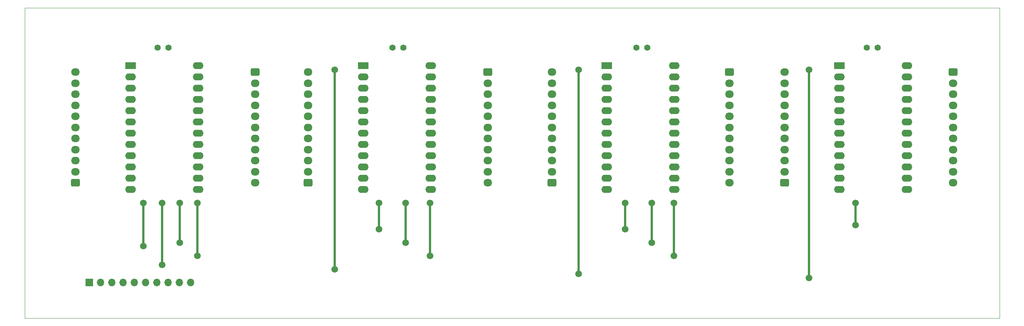
<source format=gbr>
%TF.GenerationSoftware,KiCad,Pcbnew,(6.0.7)*%
%TF.CreationDate,2023-06-05T08:41:08+05:30*%
%TF.ProjectId,autonomous chess playing machine,6175746f-6e6f-46d6-9f75-732063686573,rev?*%
%TF.SameCoordinates,Original*%
%TF.FileFunction,Copper,L1,Top*%
%TF.FilePolarity,Positive*%
%FSLAX46Y46*%
G04 Gerber Fmt 4.6, Leading zero omitted, Abs format (unit mm)*
G04 Created by KiCad (PCBNEW (6.0.7)) date 2023-06-05 08:41:08*
%MOMM*%
%LPD*%
G01*
G04 APERTURE LIST*
G04 Aperture macros list*
%AMRoundRect*
0 Rectangle with rounded corners*
0 $1 Rounding radius*
0 $2 $3 $4 $5 $6 $7 $8 $9 X,Y pos of 4 corners*
0 Add a 4 corners polygon primitive as box body*
4,1,4,$2,$3,$4,$5,$6,$7,$8,$9,$2,$3,0*
0 Add four circle primitives for the rounded corners*
1,1,$1+$1,$2,$3*
1,1,$1+$1,$4,$5*
1,1,$1+$1,$6,$7*
1,1,$1+$1,$8,$9*
0 Add four rect primitives between the rounded corners*
20,1,$1+$1,$2,$3,$4,$5,0*
20,1,$1+$1,$4,$5,$6,$7,0*
20,1,$1+$1,$6,$7,$8,$9,0*
20,1,$1+$1,$8,$9,$2,$3,0*%
G04 Aperture macros list end*
%TA.AperFunction,Profile*%
%ADD10C,0.100000*%
%TD*%
%TA.AperFunction,ComponentPad*%
%ADD11C,1.400000*%
%TD*%
%TA.AperFunction,ComponentPad*%
%ADD12RoundRect,0.250000X-0.725000X0.600000X-0.725000X-0.600000X0.725000X-0.600000X0.725000X0.600000X0*%
%TD*%
%TA.AperFunction,ComponentPad*%
%ADD13O,1.950000X1.700000*%
%TD*%
%TA.AperFunction,ComponentPad*%
%ADD14RoundRect,0.250000X0.725000X-0.600000X0.725000X0.600000X-0.725000X0.600000X-0.725000X-0.600000X0*%
%TD*%
%TA.AperFunction,ComponentPad*%
%ADD15R,2.400000X1.600000*%
%TD*%
%TA.AperFunction,ComponentPad*%
%ADD16O,2.400000X1.600000*%
%TD*%
%TA.AperFunction,ComponentPad*%
%ADD17R,1.700000X1.700000*%
%TD*%
%TA.AperFunction,ComponentPad*%
%ADD18O,1.700000X1.700000*%
%TD*%
%TA.AperFunction,ViaPad*%
%ADD19C,1.500000*%
%TD*%
%TA.AperFunction,Conductor*%
%ADD20C,0.500000*%
%TD*%
G04 APERTURE END LIST*
D10*
X28000000Y-30000000D02*
X248000000Y-30000000D01*
X248000000Y-30000000D02*
X248000000Y-100000000D01*
X248000000Y-100000000D02*
X28000000Y-100000000D01*
X28000000Y-100000000D02*
X28000000Y-30000000D01*
D11*
%TO.P,C2,1*%
%TO.N,/Ground*%
X111000000Y-39000000D03*
%TO.P,C2,2*%
%TO.N,Net-(C1-Pad2)*%
X113500000Y-39000000D03*
%TD*%
%TO.P,C1,1*%
%TO.N,/Ground*%
X58000000Y-39000000D03*
%TO.P,C1,2*%
%TO.N,Net-(C1-Pad2)*%
X60500000Y-39000000D03*
%TD*%
D12*
%TO.P,J5,1,Pin_1*%
%TO.N,Net-(C1-Pad2)*%
X132525000Y-44500000D03*
D13*
%TO.P,J5,2,Pin_2*%
%TO.N,/Ground*%
X132525000Y-47000000D03*
%TO.P,J5,3,Pin_3*%
%TO.N,Net-(J5-Pad3)*%
X132525000Y-49500000D03*
%TO.P,J5,4,Pin_4*%
%TO.N,Net-(J5-Pad4)*%
X132525000Y-52000000D03*
%TO.P,J5,5,Pin_5*%
%TO.N,Net-(J5-Pad5)*%
X132525000Y-54500000D03*
%TO.P,J5,6,Pin_6*%
%TO.N,Net-(J5-Pad6)*%
X132525000Y-57000000D03*
%TO.P,J5,7,Pin_7*%
%TO.N,Net-(J5-Pad7)*%
X132525000Y-59500000D03*
%TO.P,J5,8,Pin_8*%
%TO.N,Net-(J5-Pad8)*%
X132525000Y-62000000D03*
%TO.P,J5,9,Pin_9*%
%TO.N,Net-(J5-Pad9)*%
X132525000Y-64500000D03*
%TO.P,J5,10,Pin_10*%
%TO.N,Net-(J5-Pad10)*%
X132525000Y-67000000D03*
%TO.P,J5,11,Pin_11*%
%TO.N,/Ground*%
X132525000Y-69500000D03*
%TD*%
D12*
%TO.P,J3,1,Pin_1*%
%TO.N,Net-(C1-Pad2)*%
X80025000Y-44500000D03*
D13*
%TO.P,J3,2,Pin_2*%
%TO.N,/Ground*%
X80025000Y-47000000D03*
%TO.P,J3,3,Pin_3*%
%TO.N,Net-(J3-Pad3)*%
X80025000Y-49500000D03*
%TO.P,J3,4,Pin_4*%
%TO.N,Net-(J3-Pad4)*%
X80025000Y-52000000D03*
%TO.P,J3,5,Pin_5*%
%TO.N,Net-(J3-Pad5)*%
X80025000Y-54500000D03*
%TO.P,J3,6,Pin_6*%
%TO.N,Net-(J3-Pad6)*%
X80025000Y-57000000D03*
%TO.P,J3,7,Pin_7*%
%TO.N,Net-(J3-Pad7)*%
X80025000Y-59500000D03*
%TO.P,J3,8,Pin_8*%
%TO.N,Net-(J3-Pad8)*%
X80025000Y-62000000D03*
%TO.P,J3,9,Pin_9*%
%TO.N,Net-(J3-Pad9)*%
X80025000Y-64500000D03*
%TO.P,J3,10,Pin_10*%
%TO.N,Net-(J3-Pad10)*%
X80025000Y-67000000D03*
%TO.P,J3,11,Pin_11*%
%TO.N,/Ground*%
X80025000Y-69500000D03*
%TD*%
D14*
%TO.P,J6,1,Pin_1*%
%TO.N,Net-(C1-Pad2)*%
X147000000Y-69500000D03*
D13*
%TO.P,J6,2,Pin_2*%
%TO.N,/Ground*%
X147000000Y-67000000D03*
%TO.P,J6,3,Pin_3*%
%TO.N,Net-(J6-Pad3)*%
X147000000Y-64500000D03*
%TO.P,J6,4,Pin_4*%
%TO.N,Net-(J6-Pad4)*%
X147000000Y-62000000D03*
%TO.P,J6,5,Pin_5*%
%TO.N,Net-(J6-Pad5)*%
X147000000Y-59500000D03*
%TO.P,J6,6,Pin_6*%
%TO.N,Net-(J6-Pad6)*%
X147000000Y-57000000D03*
%TO.P,J6,7,Pin_7*%
%TO.N,Net-(J6-Pad7)*%
X147000000Y-54500000D03*
%TO.P,J6,8,Pin_8*%
%TO.N,Net-(J6-Pad8)*%
X147000000Y-52000000D03*
%TO.P,J6,9,Pin_9*%
%TO.N,Net-(J6-Pad9)*%
X147000000Y-49500000D03*
%TO.P,J6,10,Pin_10*%
%TO.N,Net-(J6-Pad10)*%
X147000000Y-47000000D03*
%TO.P,J6,11,Pin_11*%
%TO.N,/Ground*%
X147000000Y-44500000D03*
%TD*%
D15*
%TO.P,U3,1,COM*%
%TO.N,Net-(J1-Pad9)*%
X159375000Y-43025000D03*
D16*
%TO.P,U3,2,I7*%
%TO.N,Net-(J6-Pad10)*%
X159375000Y-45565000D03*
%TO.P,U3,3,I6*%
%TO.N,Net-(J6-Pad9)*%
X159375000Y-48105000D03*
%TO.P,U3,4,I5*%
%TO.N,Net-(J6-Pad8)*%
X159375000Y-50645000D03*
%TO.P,U3,5,I4*%
%TO.N,Net-(J6-Pad7)*%
X159375000Y-53185000D03*
%TO.P,U3,6,I3*%
%TO.N,Net-(J6-Pad6)*%
X159375000Y-55725000D03*
%TO.P,U3,7,I2*%
%TO.N,Net-(J6-Pad5)*%
X159375000Y-58265000D03*
%TO.P,U3,8,I1*%
%TO.N,Net-(J6-Pad4)*%
X159375000Y-60805000D03*
%TO.P,U3,9,I0*%
%TO.N,Net-(J6-Pad3)*%
X159375000Y-63345000D03*
%TO.P,U3,10,S0*%
%TO.N,Net-(J1-Pad3)*%
X159375000Y-65885000D03*
%TO.P,U3,11,S1*%
%TO.N,Net-(J1-Pad4)*%
X159375000Y-68425000D03*
%TO.P,U3,12,GND*%
%TO.N,/Ground*%
X159375000Y-70965000D03*
%TO.P,U3,13,S3*%
%TO.N,Net-(J1-Pad6)*%
X174615000Y-70965000D03*
%TO.P,U3,14,S2*%
%TO.N,Net-(J1-Pad5)*%
X174615000Y-68425000D03*
%TO.P,U3,15,~{E}*%
%TO.N,/Ground*%
X174615000Y-65885000D03*
%TO.P,U3,16,I15*%
%TO.N,Net-(J7-Pad10)*%
X174615000Y-63345000D03*
%TO.P,U3,17,I14*%
%TO.N,Net-(J7-Pad9)*%
X174615000Y-60805000D03*
%TO.P,U3,18,I13*%
%TO.N,Net-(J7-Pad8)*%
X174615000Y-58265000D03*
%TO.P,U3,19,I12*%
%TO.N,Net-(J7-Pad7)*%
X174615000Y-55725000D03*
%TO.P,U3,20,I11*%
%TO.N,Net-(J7-Pad6)*%
X174615000Y-53185000D03*
%TO.P,U3,21,I10*%
%TO.N,Net-(J7-Pad5)*%
X174615000Y-50645000D03*
%TO.P,U3,22,I9*%
%TO.N,Net-(J7-Pad4)*%
X174615000Y-48105000D03*
%TO.P,U3,23,I8*%
%TO.N,Net-(J7-Pad3)*%
X174615000Y-45565000D03*
%TO.P,U3,24,VCC*%
%TO.N,Net-(C1-Pad2)*%
X174615000Y-43025000D03*
%TD*%
D14*
%TO.P,J4,1,Pin_1*%
%TO.N,Net-(C1-Pad2)*%
X92000000Y-69500000D03*
D13*
%TO.P,J4,2,Pin_2*%
%TO.N,/Ground*%
X92000000Y-67000000D03*
%TO.P,J4,3,Pin_3*%
%TO.N,Net-(J4-Pad3)*%
X92000000Y-64500000D03*
%TO.P,J4,4,Pin_4*%
%TO.N,Net-(J4-Pad4)*%
X92000000Y-62000000D03*
%TO.P,J4,5,Pin_5*%
%TO.N,Net-(J4-Pad5)*%
X92000000Y-59500000D03*
%TO.P,J4,6,Pin_6*%
%TO.N,Net-(J4-Pad6)*%
X92000000Y-57000000D03*
%TO.P,J4,7,Pin_7*%
%TO.N,Net-(J4-Pad7)*%
X92000000Y-54500000D03*
%TO.P,J4,8,Pin_8*%
%TO.N,Net-(J4-Pad8)*%
X92000000Y-52000000D03*
%TO.P,J4,9,Pin_9*%
%TO.N,Net-(J4-Pad9)*%
X92000000Y-49500000D03*
%TO.P,J4,10,Pin_10*%
%TO.N,Net-(J4-Pad10)*%
X92000000Y-47000000D03*
%TO.P,J4,11,Pin_11*%
%TO.N,/Ground*%
X92000000Y-44500000D03*
%TD*%
D17*
%TO.P,J1,1,Pin_1*%
%TO.N,Net-(C1-Pad2)*%
X42600000Y-91975000D03*
D18*
%TO.P,J1,2,Pin_2*%
%TO.N,/Ground*%
X45140000Y-91975000D03*
%TO.P,J1,3,Pin_3*%
%TO.N,Net-(J1-Pad3)*%
X47680000Y-91975000D03*
%TO.P,J1,4,Pin_4*%
%TO.N,Net-(J1-Pad4)*%
X50220000Y-91975000D03*
%TO.P,J1,5,Pin_5*%
%TO.N,Net-(J1-Pad5)*%
X52760000Y-91975000D03*
%TO.P,J1,6,Pin_6*%
%TO.N,Net-(J1-Pad6)*%
X55300000Y-91975000D03*
%TO.P,J1,7,Pin_7*%
%TO.N,Net-(J1-Pad7)*%
X57840000Y-91975000D03*
%TO.P,J1,8,Pin_8*%
%TO.N,Net-(J1-Pad8)*%
X60380000Y-91975000D03*
%TO.P,J1,9,Pin_9*%
%TO.N,Net-(J1-Pad9)*%
X62920000Y-91975000D03*
%TO.P,J1,10,Pin_10*%
%TO.N,Net-(J1-Pad10)*%
X65460000Y-91975000D03*
%TD*%
D12*
%TO.P,J9,1,Pin_1*%
%TO.N,Net-(C1-Pad2)*%
X237525000Y-44500000D03*
D13*
%TO.P,J9,2,Pin_2*%
%TO.N,/Ground*%
X237525000Y-47000000D03*
%TO.P,J9,3,Pin_3*%
%TO.N,Net-(J9-Pad3)*%
X237525000Y-49500000D03*
%TO.P,J9,4,Pin_4*%
%TO.N,Net-(J9-Pad4)*%
X237525000Y-52000000D03*
%TO.P,J9,5,Pin_5*%
%TO.N,Net-(J9-Pad5)*%
X237525000Y-54500000D03*
%TO.P,J9,6,Pin_6*%
%TO.N,Net-(J9-Pad6)*%
X237525000Y-57000000D03*
%TO.P,J9,7,Pin_7*%
%TO.N,Net-(J9-Pad7)*%
X237525000Y-59500000D03*
%TO.P,J9,8,Pin_8*%
%TO.N,Net-(J9-Pad8)*%
X237525000Y-62000000D03*
%TO.P,J9,9,Pin_9*%
%TO.N,Net-(J9-Pad9)*%
X237525000Y-64500000D03*
%TO.P,J9,10,Pin_10*%
%TO.N,Net-(J9-Pad10)*%
X237525000Y-67000000D03*
%TO.P,J9,11,Pin_11*%
%TO.N,/Ground*%
X237525000Y-69500000D03*
%TD*%
D11*
%TO.P,C4,1*%
%TO.N,/Ground*%
X218000000Y-39000000D03*
%TO.P,C4,2*%
%TO.N,Net-(C1-Pad2)*%
X220500000Y-39000000D03*
%TD*%
D15*
%TO.P,U2,1,COM*%
%TO.N,Net-(J1-Pad8)*%
X104375000Y-43025000D03*
D16*
%TO.P,U2,2,I7*%
%TO.N,Net-(J4-Pad10)*%
X104375000Y-45565000D03*
%TO.P,U2,3,I6*%
%TO.N,Net-(J4-Pad9)*%
X104375000Y-48105000D03*
%TO.P,U2,4,I5*%
%TO.N,Net-(J4-Pad8)*%
X104375000Y-50645000D03*
%TO.P,U2,5,I4*%
%TO.N,Net-(J4-Pad7)*%
X104375000Y-53185000D03*
%TO.P,U2,6,I3*%
%TO.N,Net-(J4-Pad6)*%
X104375000Y-55725000D03*
%TO.P,U2,7,I2*%
%TO.N,Net-(J4-Pad5)*%
X104375000Y-58265000D03*
%TO.P,U2,8,I1*%
%TO.N,Net-(J4-Pad4)*%
X104375000Y-60805000D03*
%TO.P,U2,9,I0*%
%TO.N,Net-(J4-Pad3)*%
X104375000Y-63345000D03*
%TO.P,U2,10,S0*%
%TO.N,Net-(J1-Pad3)*%
X104375000Y-65885000D03*
%TO.P,U2,11,S1*%
%TO.N,Net-(J1-Pad4)*%
X104375000Y-68425000D03*
%TO.P,U2,12,GND*%
%TO.N,/Ground*%
X104375000Y-70965000D03*
%TO.P,U2,13,S3*%
%TO.N,Net-(J1-Pad6)*%
X119615000Y-70965000D03*
%TO.P,U2,14,S2*%
%TO.N,Net-(J1-Pad5)*%
X119615000Y-68425000D03*
%TO.P,U2,15,~{E}*%
%TO.N,/Ground*%
X119615000Y-65885000D03*
%TO.P,U2,16,I15*%
%TO.N,Net-(J5-Pad10)*%
X119615000Y-63345000D03*
%TO.P,U2,17,I14*%
%TO.N,Net-(J5-Pad9)*%
X119615000Y-60805000D03*
%TO.P,U2,18,I13*%
%TO.N,Net-(J5-Pad8)*%
X119615000Y-58265000D03*
%TO.P,U2,19,I12*%
%TO.N,Net-(J5-Pad7)*%
X119615000Y-55725000D03*
%TO.P,U2,20,I11*%
%TO.N,Net-(J5-Pad6)*%
X119615000Y-53185000D03*
%TO.P,U2,21,I10*%
%TO.N,Net-(J5-Pad5)*%
X119615000Y-50645000D03*
%TO.P,U2,22,I9*%
%TO.N,Net-(J5-Pad4)*%
X119615000Y-48105000D03*
%TO.P,U2,23,I8*%
%TO.N,Net-(J5-Pad3)*%
X119615000Y-45565000D03*
%TO.P,U2,24,VCC*%
%TO.N,Net-(C1-Pad2)*%
X119615000Y-43025000D03*
%TD*%
D11*
%TO.P,C3,1*%
%TO.N,/Ground*%
X166000000Y-39000000D03*
%TO.P,C3,2*%
%TO.N,Net-(C1-Pad2)*%
X168500000Y-39000000D03*
%TD*%
D14*
%TO.P,J8,1,Pin_1*%
%TO.N,Net-(C1-Pad2)*%
X199500000Y-69500000D03*
D13*
%TO.P,J8,2,Pin_2*%
%TO.N,/Ground*%
X199500000Y-67000000D03*
%TO.P,J8,3,Pin_3*%
%TO.N,Net-(J8-Pad3)*%
X199500000Y-64500000D03*
%TO.P,J8,4,Pin_4*%
%TO.N,Net-(J8-Pad4)*%
X199500000Y-62000000D03*
%TO.P,J8,5,Pin_5*%
%TO.N,Net-(J8-Pad5)*%
X199500000Y-59500000D03*
%TO.P,J8,6,Pin_6*%
%TO.N,Net-(J8-Pad6)*%
X199500000Y-57000000D03*
%TO.P,J8,7,Pin_7*%
%TO.N,Net-(J8-Pad7)*%
X199500000Y-54500000D03*
%TO.P,J8,8,Pin_8*%
%TO.N,Net-(J8-Pad8)*%
X199500000Y-52000000D03*
%TO.P,J8,9,Pin_9*%
%TO.N,Net-(J8-Pad9)*%
X199500000Y-49500000D03*
%TO.P,J8,10,Pin_10*%
%TO.N,Net-(J8-Pad10)*%
X199500000Y-47000000D03*
%TO.P,J8,11,Pin_11*%
%TO.N,/Ground*%
X199500000Y-44500000D03*
%TD*%
D14*
%TO.P,J2,1,Pin_1*%
%TO.N,Net-(C1-Pad2)*%
X39500000Y-69500000D03*
D13*
%TO.P,J2,2,Pin_2*%
%TO.N,/Ground*%
X39500000Y-67000000D03*
%TO.P,J2,3,Pin_3*%
%TO.N,Net-(J2-Pad3)*%
X39500000Y-64500000D03*
%TO.P,J2,4,Pin_4*%
%TO.N,Net-(J2-Pad4)*%
X39500000Y-62000000D03*
%TO.P,J2,5,Pin_5*%
%TO.N,Net-(J2-Pad5)*%
X39500000Y-59500000D03*
%TO.P,J2,6,Pin_6*%
%TO.N,Net-(J2-Pad6)*%
X39500000Y-57000000D03*
%TO.P,J2,7,Pin_7*%
%TO.N,Net-(J2-Pad7)*%
X39500000Y-54500000D03*
%TO.P,J2,8,Pin_8*%
%TO.N,Net-(J2-Pad8)*%
X39500000Y-52000000D03*
%TO.P,J2,9,Pin_9*%
%TO.N,Net-(J2-Pad9)*%
X39500000Y-49500000D03*
%TO.P,J2,10,Pin_10*%
%TO.N,Net-(J2-Pad10)*%
X39500000Y-47000000D03*
%TO.P,J2,11,Pin_11*%
%TO.N,/Ground*%
X39500000Y-44500000D03*
%TD*%
D15*
%TO.P,U4,1,COM*%
%TO.N,Net-(J1-Pad10)*%
X211875000Y-43025000D03*
D16*
%TO.P,U4,2,I7*%
%TO.N,Net-(J8-Pad10)*%
X211875000Y-45565000D03*
%TO.P,U4,3,I6*%
%TO.N,Net-(J8-Pad9)*%
X211875000Y-48105000D03*
%TO.P,U4,4,I5*%
%TO.N,Net-(J8-Pad8)*%
X211875000Y-50645000D03*
%TO.P,U4,5,I4*%
%TO.N,Net-(J8-Pad7)*%
X211875000Y-53185000D03*
%TO.P,U4,6,I3*%
%TO.N,Net-(J8-Pad6)*%
X211875000Y-55725000D03*
%TO.P,U4,7,I2*%
%TO.N,Net-(J8-Pad5)*%
X211875000Y-58265000D03*
%TO.P,U4,8,I1*%
%TO.N,Net-(J8-Pad4)*%
X211875000Y-60805000D03*
%TO.P,U4,9,I0*%
%TO.N,Net-(J8-Pad3)*%
X211875000Y-63345000D03*
%TO.P,U4,10,S0*%
%TO.N,Net-(J1-Pad3)*%
X211875000Y-65885000D03*
%TO.P,U4,11,S1*%
%TO.N,Net-(J1-Pad4)*%
X211875000Y-68425000D03*
%TO.P,U4,12,GND*%
%TO.N,/Ground*%
X211875000Y-70965000D03*
%TO.P,U4,13,S3*%
%TO.N,Net-(J1-Pad6)*%
X227115000Y-70965000D03*
%TO.P,U4,14,S2*%
%TO.N,Net-(J1-Pad5)*%
X227115000Y-68425000D03*
%TO.P,U4,15,~{E}*%
%TO.N,/Ground*%
X227115000Y-65885000D03*
%TO.P,U4,16,I15*%
%TO.N,Net-(J9-Pad10)*%
X227115000Y-63345000D03*
%TO.P,U4,17,I14*%
%TO.N,Net-(J9-Pad9)*%
X227115000Y-60805000D03*
%TO.P,U4,18,I13*%
%TO.N,Net-(J9-Pad8)*%
X227115000Y-58265000D03*
%TO.P,U4,19,I12*%
%TO.N,Net-(J9-Pad7)*%
X227115000Y-55725000D03*
%TO.P,U4,20,I11*%
%TO.N,Net-(J9-Pad6)*%
X227115000Y-53185000D03*
%TO.P,U4,21,I10*%
%TO.N,Net-(J9-Pad5)*%
X227115000Y-50645000D03*
%TO.P,U4,22,I9*%
%TO.N,Net-(J9-Pad4)*%
X227115000Y-48105000D03*
%TO.P,U4,23,I8*%
%TO.N,Net-(J9-Pad3)*%
X227115000Y-45565000D03*
%TO.P,U4,24,VCC*%
%TO.N,Net-(C1-Pad2)*%
X227115000Y-43025000D03*
%TD*%
D12*
%TO.P,J7,1,Pin_1*%
%TO.N,Net-(C1-Pad2)*%
X187000000Y-44500000D03*
D13*
%TO.P,J7,2,Pin_2*%
%TO.N,/Ground*%
X187000000Y-47000000D03*
%TO.P,J7,3,Pin_3*%
%TO.N,Net-(J7-Pad3)*%
X187000000Y-49500000D03*
%TO.P,J7,4,Pin_4*%
%TO.N,Net-(J7-Pad4)*%
X187000000Y-52000000D03*
%TO.P,J7,5,Pin_5*%
%TO.N,Net-(J7-Pad5)*%
X187000000Y-54500000D03*
%TO.P,J7,6,Pin_6*%
%TO.N,Net-(J7-Pad6)*%
X187000000Y-57000000D03*
%TO.P,J7,7,Pin_7*%
%TO.N,Net-(J7-Pad7)*%
X187000000Y-59500000D03*
%TO.P,J7,8,Pin_8*%
%TO.N,Net-(J7-Pad8)*%
X187000000Y-62000000D03*
%TO.P,J7,9,Pin_9*%
%TO.N,Net-(J7-Pad9)*%
X187000000Y-64500000D03*
%TO.P,J7,10,Pin_10*%
%TO.N,Net-(J7-Pad10)*%
X187000000Y-67000000D03*
%TO.P,J7,11,Pin_11*%
%TO.N,/Ground*%
X187000000Y-69500000D03*
%TD*%
D15*
%TO.P,U1,1,COM*%
%TO.N,Net-(J1-Pad7)*%
X51875000Y-43025000D03*
D16*
%TO.P,U1,2,I7*%
%TO.N,Net-(J2-Pad10)*%
X51875000Y-45565000D03*
%TO.P,U1,3,I6*%
%TO.N,Net-(J2-Pad9)*%
X51875000Y-48105000D03*
%TO.P,U1,4,I5*%
%TO.N,Net-(J2-Pad8)*%
X51875000Y-50645000D03*
%TO.P,U1,5,I4*%
%TO.N,Net-(J2-Pad7)*%
X51875000Y-53185000D03*
%TO.P,U1,6,I3*%
%TO.N,Net-(J2-Pad6)*%
X51875000Y-55725000D03*
%TO.P,U1,7,I2*%
%TO.N,Net-(J2-Pad5)*%
X51875000Y-58265000D03*
%TO.P,U1,8,I1*%
%TO.N,Net-(J2-Pad4)*%
X51875000Y-60805000D03*
%TO.P,U1,9,I0*%
%TO.N,Net-(J2-Pad3)*%
X51875000Y-63345000D03*
%TO.P,U1,10,S0*%
%TO.N,Net-(J1-Pad3)*%
X51875000Y-65885000D03*
%TO.P,U1,11,S1*%
%TO.N,Net-(J1-Pad4)*%
X51875000Y-68425000D03*
%TO.P,U1,12,GND*%
%TO.N,/Ground*%
X51875000Y-70965000D03*
%TO.P,U1,13,S3*%
%TO.N,Net-(J1-Pad6)*%
X67115000Y-70965000D03*
%TO.P,U1,14,S2*%
%TO.N,Net-(J1-Pad5)*%
X67115000Y-68425000D03*
%TO.P,U1,15,~{E}*%
%TO.N,/Ground*%
X67115000Y-65885000D03*
%TO.P,U1,16,I15*%
%TO.N,Net-(J3-Pad10)*%
X67115000Y-63345000D03*
%TO.P,U1,17,I14*%
%TO.N,Net-(J3-Pad9)*%
X67115000Y-60805000D03*
%TO.P,U1,18,I13*%
%TO.N,Net-(J3-Pad8)*%
X67115000Y-58265000D03*
%TO.P,U1,19,I12*%
%TO.N,Net-(J3-Pad7)*%
X67115000Y-55725000D03*
%TO.P,U1,20,I11*%
%TO.N,Net-(J3-Pad6)*%
X67115000Y-53185000D03*
%TO.P,U1,21,I10*%
%TO.N,Net-(J3-Pad5)*%
X67115000Y-50645000D03*
%TO.P,U1,22,I9*%
%TO.N,Net-(J3-Pad4)*%
X67115000Y-48105000D03*
%TO.P,U1,23,I8*%
%TO.N,Net-(J3-Pad3)*%
X67115000Y-45565000D03*
%TO.P,U1,24,VCC*%
%TO.N,Net-(C1-Pad2)*%
X67115000Y-43025000D03*
%TD*%
D19*
%TO.N,Net-(J1-Pad4)*%
X54800500Y-74000000D03*
X108000000Y-74000000D03*
X108000000Y-80000000D03*
X163500000Y-74000000D03*
X163500000Y-80000000D03*
X215500000Y-74000000D03*
X215500000Y-79000000D03*
X54750000Y-83750000D03*
%TO.N,Net-(J1-Pad5)*%
X114000000Y-83000000D03*
X169500000Y-74000000D03*
X63000000Y-74000000D03*
X114000000Y-74000000D03*
X63000000Y-83000000D03*
X169500000Y-83000000D03*
%TO.N,Net-(J1-Pad6)*%
X67000000Y-74000000D03*
X67000000Y-86000000D03*
X174500000Y-74000000D03*
X119500000Y-86000000D03*
X174500000Y-86000000D03*
X119500000Y-74000000D03*
%TO.N,Net-(J1-Pad7)*%
X59000000Y-88000000D03*
X59000000Y-74000000D03*
%TO.N,Net-(J1-Pad8)*%
X98000000Y-89000000D03*
X98000000Y-44000000D03*
%TO.N,Net-(J1-Pad9)*%
X153000000Y-44000000D03*
X153000000Y-90000000D03*
%TO.N,Net-(J1-Pad10)*%
X205000000Y-44000000D03*
X205000000Y-91000000D03*
%TD*%
D20*
%TO.N,Net-(J1-Pad10)*%
X205000000Y-91000000D02*
X205000000Y-44000000D01*
%TO.N,Net-(J1-Pad9)*%
X153000000Y-90000000D02*
X153000000Y-44000000D01*
%TO.N,Net-(J1-Pad8)*%
X98000000Y-89000000D02*
X98000000Y-44000000D01*
%TO.N,Net-(J1-Pad4)*%
X215500000Y-74000000D02*
X215500000Y-79000000D01*
X54800500Y-74000000D02*
X54800500Y-83699500D01*
X54800500Y-83699500D02*
X54750000Y-83750000D01*
X163500000Y-74000000D02*
X163500000Y-80000000D01*
X108000000Y-74000000D02*
X108000000Y-80000000D01*
%TO.N,Net-(J1-Pad5)*%
X169500000Y-74000000D02*
X169500000Y-83000000D01*
X63000000Y-74000000D02*
X63000000Y-83000000D01*
X114000000Y-74000000D02*
X114000000Y-83000000D01*
%TO.N,Net-(J1-Pad6)*%
X174500000Y-74000000D02*
X174500000Y-86000000D01*
X119500000Y-74000000D02*
X119500000Y-86000000D01*
X67000000Y-74000000D02*
X67000000Y-86000000D01*
%TO.N,Net-(J1-Pad7)*%
X59000000Y-88000000D02*
X59000000Y-74000000D01*
%TD*%
M02*

</source>
